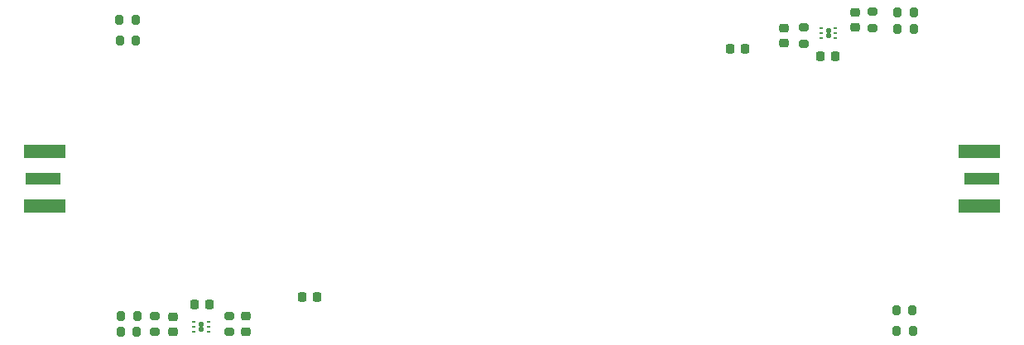
<source format=gbr>
%TF.GenerationSoftware,KiCad,Pcbnew,(6.0.1)*%
%TF.CreationDate,2022-02-11T17:03:31+00:00*%
%TF.ProjectId,Coupler,436f7570-6c65-4722-9e6b-696361645f70,rev?*%
%TF.SameCoordinates,Original*%
%TF.FileFunction,Paste,Top*%
%TF.FilePolarity,Positive*%
%FSLAX46Y46*%
G04 Gerber Fmt 4.6, Leading zero omitted, Abs format (unit mm)*
G04 Created by KiCad (PCBNEW (6.0.1)) date 2022-02-11 17:03:31*
%MOMM*%
%LPD*%
G01*
G04 APERTURE LIST*
G04 Aperture macros list*
%AMRoundRect*
0 Rectangle with rounded corners*
0 $1 Rounding radius*
0 $2 $3 $4 $5 $6 $7 $8 $9 X,Y pos of 4 corners*
0 Add a 4 corners polygon primitive as box body*
4,1,4,$2,$3,$4,$5,$6,$7,$8,$9,$2,$3,0*
0 Add four circle primitives for the rounded corners*
1,1,$1+$1,$2,$3*
1,1,$1+$1,$4,$5*
1,1,$1+$1,$6,$7*
1,1,$1+$1,$8,$9*
0 Add four rect primitives between the rounded corners*
20,1,$1+$1,$2,$3,$4,$5,0*
20,1,$1+$1,$4,$5,$6,$7,0*
20,1,$1+$1,$6,$7,$8,$9,0*
20,1,$1+$1,$8,$9,$2,$3,0*%
G04 Aperture macros list end*
%ADD10RoundRect,0.225000X-0.250000X0.225000X-0.250000X-0.225000X0.250000X-0.225000X0.250000X0.225000X0*%
%ADD11RoundRect,0.200000X0.200000X0.275000X-0.200000X0.275000X-0.200000X-0.275000X0.200000X-0.275000X0*%
%ADD12RoundRect,0.200000X-0.275000X0.200000X-0.275000X-0.200000X0.275000X-0.200000X0.275000X0.200000X0*%
%ADD13RoundRect,0.200000X-0.200000X-0.275000X0.200000X-0.275000X0.200000X0.275000X-0.200000X0.275000X0*%
%ADD14RoundRect,0.120000X0.120000X0.155000X-0.120000X0.155000X-0.120000X-0.155000X0.120000X-0.155000X0*%
%ADD15RoundRect,0.050000X0.150000X0.050000X-0.150000X0.050000X-0.150000X-0.050000X0.150000X-0.050000X0*%
%ADD16RoundRect,0.225000X0.225000X0.250000X-0.225000X0.250000X-0.225000X-0.250000X0.225000X-0.250000X0*%
%ADD17RoundRect,0.225000X-0.225000X-0.250000X0.225000X-0.250000X0.225000X0.250000X-0.225000X0.250000X0*%
%ADD18R,3.600000X1.270000*%
%ADD19R,4.200000X1.350000*%
%ADD20RoundRect,0.120000X-0.120000X-0.155000X0.120000X-0.155000X0.120000X0.155000X-0.120000X0.155000X0*%
%ADD21RoundRect,0.050000X-0.150000X-0.050000X0.150000X-0.050000X0.150000X0.050000X-0.150000X0.050000X0*%
%ADD22RoundRect,0.200000X0.275000X-0.200000X0.275000X0.200000X-0.275000X0.200000X-0.275000X-0.200000X0*%
%ADD23RoundRect,0.225000X0.250000X-0.225000X0.250000X0.225000X-0.250000X0.225000X-0.250000X-0.225000X0*%
G04 APERTURE END LIST*
D10*
%TO.C,C6*%
X177749200Y-104584200D03*
X177749200Y-106134200D03*
%TD*%
D11*
%TO.C,R7*%
X111619800Y-134061200D03*
X109969800Y-134061200D03*
%TD*%
D12*
%TO.C,R12*%
X179781200Y-104534200D03*
X179781200Y-106184200D03*
%TD*%
D13*
%TO.C,R8*%
X189421000Y-103022400D03*
X191071000Y-103022400D03*
%TD*%
%TO.C,R5*%
X109956600Y-135712200D03*
X111606600Y-135712200D03*
%TD*%
D14*
%TO.C,U2*%
X182321200Y-105380600D03*
X182321200Y-104880600D03*
D15*
X183071200Y-105630600D03*
X183071200Y-105130600D03*
X183071200Y-104630600D03*
X181571200Y-104630600D03*
X181571200Y-105130600D03*
X181571200Y-105630600D03*
%TD*%
D12*
%TO.C,R10*%
X186867800Y-102934000D03*
X186867800Y-104584000D03*
%TD*%
D16*
%TO.C,C3*%
X119062800Y-132892800D03*
X117512800Y-132892800D03*
%TD*%
D17*
%TO.C,C8*%
X128511000Y-132130800D03*
X130061000Y-132130800D03*
%TD*%
D11*
%TO.C,R1*%
X190944000Y-133477000D03*
X189294000Y-133477000D03*
%TD*%
D18*
%TO.C,J1*%
X102000000Y-120000000D03*
D19*
X102200000Y-117175000D03*
X102200000Y-122825000D03*
%TD*%
D11*
%TO.C,R6*%
X191071000Y-104724200D03*
X189421000Y-104724200D03*
%TD*%
D18*
%TO.C,J2*%
X198000000Y-120000000D03*
D19*
X197800000Y-117175000D03*
X197800000Y-122825000D03*
%TD*%
D13*
%TO.C,R4*%
X109868200Y-105892600D03*
X111518200Y-105892600D03*
%TD*%
D20*
%TO.C,U1*%
X118186200Y-135403400D03*
X118186200Y-134903400D03*
D21*
X117436200Y-134653400D03*
X117436200Y-135153400D03*
X117436200Y-135653400D03*
X118936200Y-135653400D03*
X118936200Y-135153400D03*
X118936200Y-134653400D03*
%TD*%
D12*
%TO.C,R9*%
X113461800Y-134023600D03*
X113461800Y-135673600D03*
%TD*%
D17*
%TO.C,C4*%
X181495400Y-107442000D03*
X183045400Y-107442000D03*
%TD*%
D11*
%TO.C,R2*%
X190969400Y-135610600D03*
X189319400Y-135610600D03*
%TD*%
D17*
%TO.C,C7*%
X172275200Y-106756200D03*
X173825200Y-106756200D03*
%TD*%
D10*
%TO.C,C1*%
X115290600Y-134137400D03*
X115290600Y-135687400D03*
%TD*%
D22*
%TO.C,R11*%
X121056400Y-135673600D03*
X121056400Y-134023600D03*
%TD*%
D10*
%TO.C,C2*%
X185039000Y-102984000D03*
X185039000Y-104534000D03*
%TD*%
D23*
%TO.C,C5*%
X122783600Y-135649000D03*
X122783600Y-134099000D03*
%TD*%
D13*
%TO.C,R3*%
X109817400Y-103759000D03*
X111467400Y-103759000D03*
%TD*%
M02*

</source>
